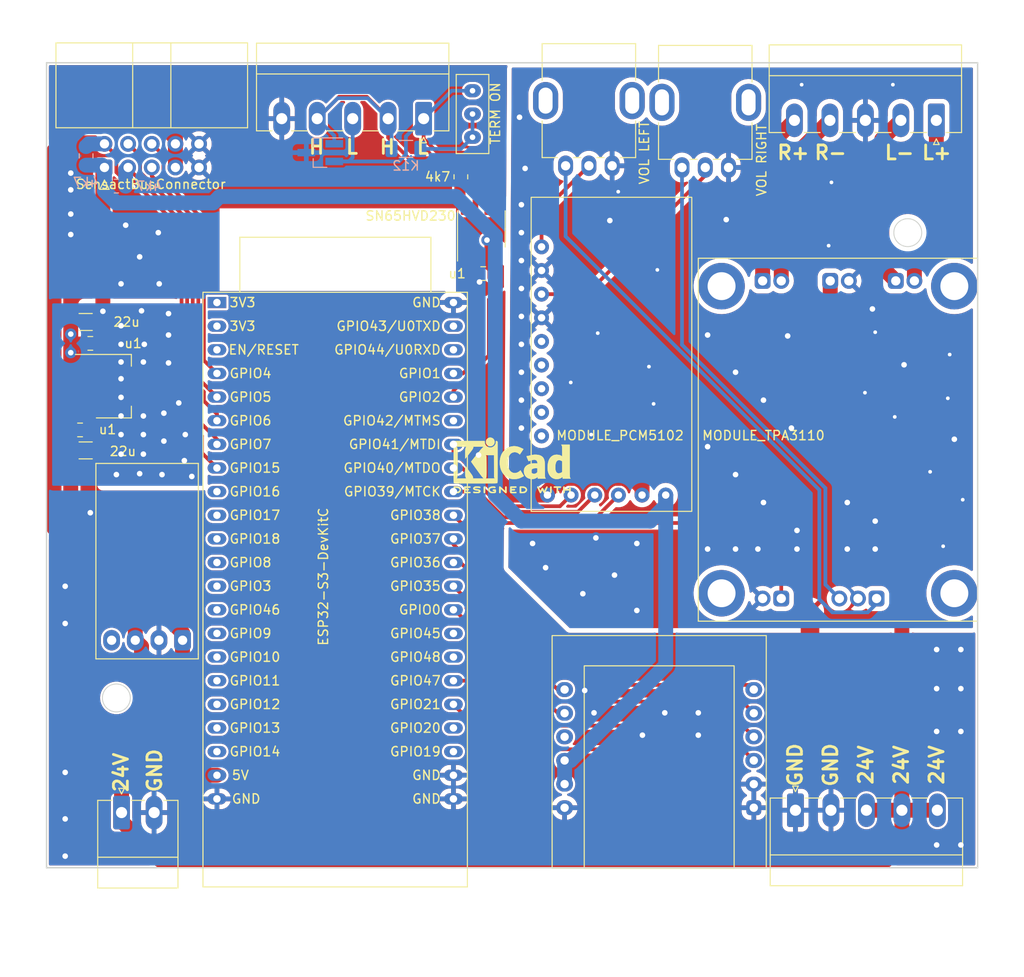
<source format=kicad_pcb>
(kicad_pcb (version 20211014) (generator pcbnew)
  (layers (0 "F.Cu" signal) (31 "B.Cu" signal) (34 "B.Paste" user) (35 "F.Paste" user) (36 "B.SilkS" user "B.Silkscreen") (37 "F.SilkS" user "F.Silkscreen") (38 "B.Mask" user) (39 "F.Mask" user) (44 "Edge.Cuts" user))
  (net 0 "")
  (net 5 "INT0")
  (net 6 "INT1")
  (net 7 "INT2")
  (net 25 "+3V3")
  (net 26 "GND")
  (net 27 "CANH")
  (net 28 "CANL")
  (net 29 "Net-(R1-Pad1)")
  (net 30 "Net-(R2-Pad1)")
  (net 31 "CAN_TX")
  (net 32 "CAN_RX")
  (net 40 "SCL")
  (net 41 "SDA")
  (net 42 "+5V")
  (net 43 "+24V")
  (net 44 "Net-(J4-Pad1)")
  (net 45 "Net-(J4-Pad2)")
  (net 46 "Net-(J4-Pad4)")
  (net 47 "Net-(J4-Pad5)")
  (net 48 "GNDA")
  (net 49 "Net-(RV1-Pad2)")
  (net 50 "Net-(RV1-Pad3)")
  (net 51 "Net-(RV2-Pad2)")
  (net 52 "Net-(RV2-Pad3)")
  (net 53 "MUTE")
  (net 54 "BCK")
  (net 55 "DIN")
  (net 56 "LRCLK")
  (net 57 "RST")
  (net 58 "MISO")
  (net 59 "INT")
  (net 60 "CS")
  (net 61 "SCLK")
  (net 62 "MOSI")
  (net 64 "/RGB_LED")
  (footprint "liebler_MECH:Potentiometer_Alps_RK09K_Single_Vertical" (layer "F.Cu") (at 108.25 60.8125 90)
    (fp_text reference "RV2" hide)
    (fp_text value "VOL LEFT")
  )
  (footprint "Symbol:KiCad-Logo2_5mm_SilkScreen" (layer "F.Cu") (at 100 100)
    (fp_text reference "N1" hide)
    (fp_text value "Housing" hide)
  )
  (footprint "Capacitor_SMD:C_0805_2012Metric_Pad1.18x1.45mm_HandSolder" (layer "F.Cu") (at 96.9 79.4 180)
    (fp_text reference "C1" hide)
    (fp_text value "u1")
  )
  (footprint "liebler_SEMICONDUCTORS:SOT-223-3_TabPin2_HANDSOLDER" (layer "F.Cu") (at 57.2 91.5)
    (fp_text reference "U6" hide)
    (fp_text value "AMS1117")
  )
  (footprint "Connector_Phoenix_MC:PhoenixContact_MC_1,5_5-G-3.81_1x05_P3.81mm_Horizontal" (layer "F.Cu") (at 90.5 62.75 180)
    (fp_text reference "J2" hide)
    (fp_text value "CAN")
  )
  (footprint "Connector_Phoenix_MC:PhoenixContact_MC_1,5_2-G-3.5_1x02_P3.50mm_Horizontal" (layer "F.Cu") (at 58.055 137.3175)
    (fp_text reference "J5" hide)
    (fp_text value "24V")
  )
  (footprint "NetTie:NetTie-2_SMD_Pad2.0mm" (layer "F.Cu") (at 132 117.7 90)
    (fp_text reference "NT1" hide)
    (fp_text value "NetTie_2")
  )
  (footprint "liebler_MODULES:MODULE_STEPDOWN" (layer "F.Cu") (at 60.8 118.8 -90)
    (fp_text reference "U5" hide)
    (fp_text value "DCDC_MP2315")
  )
  (footprint "liebler_MODULES:TPA3110_module" (layer "F.Cu") (at 122.5 97.25 90)
    (fp_text reference "U3" hide)
    (fp_text value "MODULE_TPA3110")
  )
  (footprint "Symbol:KiCad-Logo2_5mm_SilkScreen" (layer "F.Cu") (at 100 100)
    (fp_text reference "N2" hide)
    (fp_text value "Housing" hide)
  )
  (footprint "Connector_Phoenix_MC:PhoenixContact_MC_1,5_5-G-3.81_1x05_P3.81mm_Horizontal" (layer "F.Cu") (at 130.435 137.0675)
    (fp_text reference "J3" hide)
    (fp_text value "CAN")
  )
  (footprint "Connector_Phoenix_MC:PhoenixContact_MC_1,5_5-G-3.81_1x05_P3.81mm_Horizontal" (layer "F.Cu") (at 145.565 62.9325 180)
    (fp_text reference "J4" hide)
    (fp_text value "Speaker")
  )
  (footprint "Package_SO:SOIC-8_3.9x4.9mm_P1.27mm" (layer "F.Cu") (at 96.7 74.6 90)
    (fp_text reference "U2" hide)
    (fp_text value "SN65HVD230")
  )
  (footprint "Capacitor_SMD:C_1206_3216Metric_Pad1.33x1.80mm_HandSolder" (layer "F.Cu") (at 54.2 84.6 180)
    (fp_text reference "C5" hide)
    (fp_text value "22u")
  )
  (footprint "liebler_MODULES:MODULE_PCM5102A" (layer "F.Cu") (at 103.8 103.2 90)
    (fp_text reference "U4" hide)
    (fp_text value "MODULE_PCM5102")
  )
  (footprint "liebler_MECH:Switch_SS12D00" (layer "F.Cu") (at 95.75 62.25 -90)
    (fp_text reference "SW1" hide)
    (fp_text value "TERM ON")
  )
  (footprint "liebler_MODULES:AIthinker_ESP32_S3" (layer "F.Cu") (at 68.3 82.50792)
    (fp_text reference "U1" hide)
    (fp_text value "ESP32-S3-DevKitC")
  )
  (footprint "liebler_MODULES:W5500-mini" (layer "F.Cu") (at 115.8 130.45 180)
    (fp_text reference "M1" hide)
    (fp_text value "W5500_mini")
  )
  (footprint "liebler_MECH:Potentiometer_Alps_RK09K_Single_Vertical" (layer "F.Cu") (at 120.75 61 90)
    (fp_text reference "RV1" hide)
    (fp_text value "VOL RIGHT")
  )
  (footprint "Capacitor_SMD:C_0805_2012Metric_Pad1.18x1.45mm_HandSolder" (layer "F.Cu") (at 53.6 96.2)
    (fp_text reference "C3" hide)
    (fp_text value "u1")
  )
  (footprint "Capacitor_SMD:C_1206_3216Metric_Pad1.33x1.80mm_HandSolder" (layer "F.Cu") (at 54.2 98.4)
    (fp_text reference "C2" hide)
    (fp_text value "22u")
  )
  (footprint "Capacitor_SMD:C_0805_2012Metric_Pad1.18x1.45mm_HandSolder" (layer "F.Cu") (at 54.7 86.9 180)
    (fp_text reference "C4" hide)
    (fp_text value "u1")
  )
  (footprint "Resistor_SMD:R_0805_2012Metric_Pad1.20x1.40mm_HandSolder" (layer "F.Cu") (at 94.5 69 90)
    (fp_text reference "R1" hide)
    (fp_text value "4k7")
  )
  (footprint "Connector_IDC:IDC-Header_2x05_P2.54mm_Horizontal" (layer "F.Cu") (at 56.22 67.9975 90)
    (fp_text reference "J1" hide)
    (fp_text value "SensactBusConnector")
  )
  (footprint "Package_TO_SOT_SMD:SOT-23_Handsoldering" (layer "B.Cu") (at 79.4 66.4 180)
    (fp_text reference "D1" hide)
    (fp_text value "NUP2105")
  )
  (footprint "Resistor_SMD:R_1206_3216Metric_Pad1.30x1.75mm_HandSolder" (layer "B.Cu") (at 88.6 66 180)
    (fp_text reference "R2" hide)
    (fp_text value "K12")
  )
  (footprint "Resistor_SMD:R_0805_2012Metric_Pad1.20x1.40mm_HandSolder" (layer "B.Cu") (at 57.5 70)
    (fp_text reference "R4" hide)
    (fp_text value "4k7")
  )
  (footprint "Resistor_SMD:R_0805_2012Metric_Pad1.20x1.40mm_HandSolder" (layer "B.Cu") (at 54.25 66.75 90)
    (fp_text reference "R3" hide)
    (fp_text value "4k7")
  )
  (gr_line (start 50 143.25) (end 50 56.75) (layer "Edge.Cuts") (width 0.15))
  (gr_line (start 150 143.25) (end 50 143.25) (layer "Edge.Cuts") (width 0.15))
  (gr_circle (center 57.5 125) (end 57.5 123.5) (layer "Edge.Cuts") (width 0.1) (fill none))
  (gr_circle (center 142.5 75) (end 142.5 73.5) (layer "Edge.Cuts") (width 0.1) (fill none))
  (gr_line (start 150 56.75) (end 150 143.25) (layer "Edge.Cuts") (width 0.15))
  (gr_line (start 50 56.75) (end 150 56.75) (layer "Edge.Cuts") (width 0.15))
  (gr_text "L" (at 82.8 65.8) (layer "F.SilkS") (effects (font (size 1.5 1.5) (thickness 0.3))))
  (gr_text "H" (at 79 65.8) (layer "F.SilkS") (effects (font (size 1.5 1.5) (thickness 0.3))))
  (gr_text "24V" (at 58 133 90) (layer "F.SilkS") (effects (font (size 1.5 1.5) (thickness 0.3))))
  (gr_text "H" (at 86.6 65.8) (layer "F.SilkS") (effects (font (size 1.5 1.5) (thickness 0.3))))
  (gr_text "L+" (at 145.6 66.4) (layer "F.SilkS") (effects (font (size 1.5 1.5) (thickness 0.3))))
  (gr_text "R+" (at 130.2 66.4) (layer "F.SilkS") (effects (font (size 1.5 1.5) (thickness 0.3))))
  (gr_text "24V" (at 138 132.2 90) (layer "F.SilkS") (effects (font (size 1.5 1.5) (thickness 0.3))))
  (gr_text "R-" (at 134.2 66.4) (layer "F.SilkS") (effects (font (size 1.5 1.5) (thickness 0.3))))
  (gr_text "GND" (at 134.2 132.2 90) (layer "F.SilkS") (effects (font (size 1.5 1.5) (thickness 0.3))))
  (gr_text "L" (at 90.4 65.8) (layer "F.SilkS") (effects (font (size 1.5 1.5) (thickness 0.3))))
  (gr_text "GND" (at 130.4 132.2 90) (layer "F.SilkS") (effects (font (size 1.5 1.5) (thickness 0.3))))
  (gr_text "GND" (at 61.6 132.8 90) (layer "F.SilkS") (effects (font (size 1.5 1.5) (thickness 0.3))))
  (gr_text "L-" (at 141.6 66.4) (layer "F.SilkS") (effects (font (size 1.5 1.5) (thickness 0.3))))
  (gr_text "24V" (at 141.8 132.2 90) (layer "F.SilkS") (effects (font (size 1.5 1.5) (thickness 0.3))))
  (gr_text "24V" (at 145.6 132.2 90) (layer "F.SilkS") (effects (font (size 1.5 1.5) (thickness 0.3))))
  (segment (start 68.3 95.20792) (end 68.3 94.482134) (width 0.4) (layer "F.Cu") (net 5))
  (segment (start 65.7 74.165267) (end 60.05 68.515267) (width 0.4) (layer "F.Cu") (net 5))
  (segment (start 65.7 90.916448) (end 65.7 74.165267) (width 0.4) (layer "F.Cu") (net 5))
  (segment (start 66.9 92.116448) (end 65.7 90.916448) (width 0.4) (layer "F.Cu") (net 5))
  (segment (start 60.05 66.7475) (end 58.76 65.4575) (width 0.4) (layer "F.Cu") (net 5))
  (segment (start 60.05 68.515267) (end 60.05 66.7475) (width 0.4) (layer "F.Cu") (net 5))
  (segment (start 68.3 94.482134) (end 66.9 93.082134) (width 0.4) (layer "F.Cu") (net 5))
  (segment (start 66.9 93.082134) (end 66.9 92.116448) (width 0.4) (layer "F.Cu") (net 5))
  (segment (start 66.3 73.916739) (end 61.3 68.916739) (width 0.4) (layer "F.Cu") (net 6))
  (segment (start 66.3 90.66792) (end 66.3 73.916739) (width 0.4) (layer "F.Cu") (net 6))
  (segment (start 68.3 92.66792) (end 66.3 90.66792) (width 0.4) (layer "F.Cu") (net 6))
  (segment (start 61.3 68.916739) (end 61.3 67.9975) (width 0.4) (layer "F.Cu") (net 6))
  (segment (start 62.55 69.318211) (end 62.55 66.7075) (width 0.4) (layer "F.Cu") (net 7))
  (segment (start 62.55 66.7075) (end 61.3 65.4575) (width 0.4) (layer "F.Cu") (net 7))
  (segment (start 68.3 90.12792) (end 66.9 88.72792) (width 0.4) (layer "F.Cu") (net 7))
  (segment (start 66.9 88.72792) (end 66.9 73.668211) (width 0.4) (layer "F.Cu") (net 7))
  (segment (start 66.9 73.668211) (end 62.55 69.318211) (width 0.4) (layer "F.Cu") (net 7))
  (segment (start 53.55 91.5) (end 55.5 91.5) (width 1.6) (layer "F.Cu") (net 25))
  (segment (start 55.5 91.5) (end 56.05 90.95) (width 1.6) (layer "F.Cu") (net 25))
  (segment (start 97.335 75.835) (end 97.3 75.8) (width 0.4) (layer "F.Cu") (net 25))
  (segment (start 56.05 90.95) (end 56.05 83.45) (width 1.6) (layer "F.Cu") (net 25))
  (segment (start 97.335 77.075) (end 97.335 78.7975) (width 0.4) (layer "F.Cu") (net 25))
  (segment (start 97.335 78.7975) (end 97.9375 79.4) (width 0.4) (layer "F.Cu") (net 25))
  (segment (start 56.05 68.1675) (end 56.22 67.9975) (width 1.6) (layer "F.Cu") (net 25))
  (segment (start 97.335 77.075) (end 97.335 75.835) (width 0.4) (layer "F.Cu") (net 25))
  (segment (start 56.05 83.45) (end 56.05 68.1675) (width 1.6) (layer "F.Cu") (net 25))
  (via (at 65.6 101.2) (size 1.2) (drill 0.6) (layers "F.Cu" "B.Cu") (net 25))
  (via (at 58 88.9) (size 1.2) (drill 0.6) (layers "F.Cu" "B.Cu") (net 25))
  (via (at 64.9 96.7) (size 1.2) (drill 0.6) (layers "F.Cu" "B.Cu") (net 25))
  (via (at 60.4 98.8) (size 1.2) (drill 0.6) (layers "F.Cu" "B.Cu") (net 25))
  (via (at 60.4 94.7) (size 1.2) (drill 0.6) (layers "F.Cu" "B.Cu") (net 25))
  (via (at 58 90.7) (size 1.2) (drill 0.6) (layers "F.Cu" "B.Cu") (net 25))
  (via (at 60.2 83.4) (size 1.2) (drill 0.6) (layers "F.Cu" "B.Cu") (net 25))
  (via (at 62.4 101) (size 1.2) (drill 0.6) (layers "F.Cu" "B.Cu") (net 25))
  (via (at 62.6 94.4) (size 1.2) (drill 0.6) (layers "F.Cu" "B.Cu") (net 25))
  (via (at 97.3 75.8) (size 1.2) (drill 0.6) (layers "F.Cu" "B.Cu") (net 25))
  (via (at 60.5 87) (size 1.2) (drill 0.6) (layers "F.Cu" "B.Cu") (net 25))
  (via (at 63.1 86) (size 1.2) (drill 0.6) (layers "F.Cu" "B.Cu") (net 25))
  (via (at 60.4 88.9) (size 1.2) (drill 0.6) (layers "F.Cu" "B.Cu") (net 25))
  (via (at 58 94.7) (size 1.2) (drill 0.6) (layers "F.Cu" "B.Cu") (net 25))
  (via (at 60.4 96.7) (size 1.2) (drill 0.6) (layers "F.Cu" "B.Cu") (net 25))
  (via (at 63.1 83.7) (size 1.2) (drill 0.6) (layers "F.Cu" "B.Cu") (net 25))
  (via (at 60 100.9) (size 1.2) (drill 0.6) (layers "F.Cu" "B.Cu") (net 25))
  (via (at 58 87) (size 1.2) (drill 0.6) (layers "F.Cu" "B.Cu") (net 25))
  (via (at 64.2 93.3) (size 1.2) (drill 0.6) (layers "F.Cu" "B.Cu") (net 25))
  (via (at 62.6 97.4) (size 1.2) (drill 0.6) (layers "F.Cu" "B.Cu") (net 25))
  (via (at 57.5 101) (size 1.2) (drill 0.6) (layers "F.Cu" "B.Cu") (net 25))
  (via (at 63.1 89) (size 1.2) (drill 0.6) (layers "F.Cu" "B.Cu") (net 25))
  (via (at 58 96.7) (size 1.2) (drill 0.6) (layers "F.Cu" "B.Cu") (net 25))
  (via (at 56.05 83.45) (size 1.2) (drill 0.6) (layers "F.Cu" "B.Cu") (net 25))
  (via (at 58 85) (size 1.2) (drill 0.6) (layers "F.Cu" "B.Cu") (net 25))
  (via (at 58 98.8) (size 1.2) (drill 0.6) (layers "F.Cu" "B.Cu") (net 25))
  (via (at 58 92.7) (size 1.2) (drill 0.6) (layers "F.Cu" "B.Cu") (net 25))
  (via (at 64.8 99.5) (size 1.2) (drill 0.6) (layers "F.Cu" "B.Cu") (net 25))
  (segment (start 57.5 71.8) (end 56.22 70.52) (width 1.6) (layer "B.Cu") (net 25))
  (segment (start 105.64 131.72) (end 105.64 134.26) (width 1.6) (layer "B.Cu") (net 25))
  (segment (start 56.22 70.52) (end 56.22 67.9975) (width 1.6) (layer "B.Cu") (net 25))
  (segment (start 116.5 121.5) (end 116.5 103.2) (width 1.6) (layer "B.Cu") (net 25))
  (segment (start 93.98 71.12) (end 68.58 71.12) (width 1.6) (layer "B.Cu") (net 25))
  (segment (start 55.9725 67.75) (end 56.22 67.9975) (width 1.6) (layer "B.Cu") (net 25))
  (segment (start 114.83137 106) (end 101 106) (width 1.6) (layer "B.Cu") (net 25))
  (segment (start 54.25 67.75) (end 55.9725 67.75) (width 1.6) (layer "B.Cu") (net 25))
  (segment (start 106.28 131.72) (end 116.5 121.5) (width 1.6) (layer "B.Cu") (net 25))
  (segment (start 98.2 103.2) (end 98.2 75.34) (width 1.6) (layer "B.Cu") (net 25))
  (segment (start 116.5 103.2) (end 116.5 104.33137) (width 1.6) (layer "B.Cu") (net 25))
  (segment (start 67.9 71.8) (end 57.5 71.8) (width 1.6) (layer "B.Cu") (net 25))
  (segment (start 98.2 75.34) (end 93.98 71.12) (width 1.6) (layer "B.Cu") (net 25))
  (segment (start 68.58 71.12) (end 67.9 71.8) (width 1.6) (layer "B.Cu") (net 25))
  (segment (start 101 106) (end 98.2 103.2) (width 1.6) (layer "B.Cu") (net 25))
  (segment (start 116.5 104.33137) (end 114.83137 106) (width 1.6) (layer "B.Cu") (net 25))
  (segment (start 105.64 131.72) (end 106.28 131.72) (width 1.6) (layer "B.Cu") (net 25))
  (segment (start 52.6 88.9) (end 52.6 75.2) (width 1.6) (layer "F.Cu") (net 26))
  (segment (start 113.96 103.2) (end 113.96 102.06863) (width 1.6) (layer "F.Cu") (net 26))
  (segment (start 52.9 89.2) (end 52.6 88.9) (width 1.6) (layer "F.Cu") (net 26))
  (segment (start 100.097056 103.2) (end 103.8 103.2) (width 1.6) (layer "F.Cu") (net 26))
  (segment (start 96.4 99.502944) (end 100.097056 103.2) (width 1.6) (layer "F.Cu") (net 26))
  (segment (start 53.55 89.2) (end 52.9 89.2) (width 1.6) (layer "F.Cu") (net 26))
  (segment (start 54.6375 96.2) (end 54.6375 105.0375) (width 1.6) (layer "F.Cu") (net 26))
  (segment (start 113.29137 101.4) (end 105.2 101.4) (width 1.6) (layer "F.Cu") (net 26))
  (segment (start 103.8 102.8) (end 103.8 103.2) (width 1.6) (layer "F.Cu") (net 26))
  (segment (start 54.6375 105.0375) (end 54.7 105.1) (width 1.6) (layer "F.Cu") (net 26))
  (segment (start 113.96 102.06863) (end 113.29137 101.4) (width 1.6) (layer "F.Cu") (net 26))
  (segment (start 96.4 98.9) (end 96.4 99.502944) (width 1.6) (layer "F.Cu") (net 26))
  (segment (start 105.2 101.4) (end 103.8 102.8) (width 1.6) (layer "F.Cu") (net 26))
  (via (at 145.6 140.8) (size 1.2) (drill 0.6) (layers "F.Cu" "B.Cu") (net 26))
  (via (at 107.8 124.2) (size 1.2) (drill 0.6) (layers "F.Cu" "B.Cu") (net 26))
  (via (at 145.6 128.6) (size 1.2) (drill 0.6) (layers "F.Cu" "B.Cu") (net 26))
  (via (at 60 77.6) (size 1.2) (drill 0.6) (layers "F.Cu" "B.Cu") (net 26))
  (via (at 145.6 124) (size 1.2) (drill 0.6) (layers "F.Cu" "B.Cu") (net 26))
  (via (at 54.7 105.1) (size 1.2) (drill 0.6) (layers "F.Cu" "B.Cu") (net 26))
  (via (at 148.2 119.8) (size 1.2) (drill 0.6) (layers "F.Cu" "B.Cu") (net 26))
  (via (at 52.6 73) (size 1.2) (drill 0.6) (layers "F.Cu" "B.Cu") (net 26))
  (via (at 145.6 119.8) (size 1.2) (drill 0.6) (layers "F.Cu" "B.Cu") (net 26))
  (via (at 52.6 70.4) (size 1.2) (drill 0.6) (layers "F.Cu" "B.Cu") (net 26))
  (via (at 62 75) (size 1.2) (drill 0.6) (layers "F.Cu" "B.Cu") (net 26))
  (via (at 148.2 140.8) (size 1.2) (drill 0.6) (layers "F.Cu" "B.Cu") (net 26))
  (via (at 148.2 128.6) (size 1.2) (drill 0.6) (layers "F.Cu" "B.Cu") (net 26))
  (via (at 62.1 80.5) (size 1.2) (drill 0.6) (layers "F.Cu" "B.Cu") (net 26))
  (via (at 96.4 98.9) (size 1.2) (drill 0.6) (layers "F.Cu" "B.Cu") (net 26))
  (via (at 52 142) (size 1.2) (drill 0.6) (layers "F.Cu" "B.Cu") (net 26))
  (via (at 52 133) (size 1.2) (drill 0.6) (layers "F.Cu" "B.Cu") (net 26))
  (via (at 116.4 126.6) (size 1.2) (drill 0.6) (layers "F.Cu" "B.Cu") (net 26))
  (via (at 120 129) (size 1.2) (drill 0.6) (layers "F.Cu" "B.Cu") (net 26))
  (via (at 52 117) (size 1.2) (drill 0.6) (layers "F.Cu" "B.Cu") (net 26))
  (via (at 96.5 80.3) (size 1.2) (drill 0.6) (layers "F.Cu" "B.Cu") (net 26))
  (via (at 52.6 85.9) (size 1.2) (drill 0.6) (layers "F.Cu" "B.Cu") (net 26))
  (via (at 58 80.5) (size 1.2) (drill 0.6) (layers "F.Cu" "B.Cu") (net 26))
  (via (at 108.8 126.6) (size 1.2) (drill 0.6) (layers "F.Cu" "B.Cu") (net 26))
  (via (at 148.2 124) (size 1.2) (drill 0.6) (layers "F.Cu" "B.Cu") (net 26))
  (via (at 52.6 68.6) (size 1.2) (drill 0.6) (layers "F.Cu" "B.Cu") (net 26))
  (via (at 52 113) (size 1.2) (drill 0.6) (layers "F.Cu" "B.Cu") (net 26))
  (via (at 52.6 75.2) (size 1.2) (drill 0.6) (layers "F.Cu" "B.Cu") (net 26))
  (via (at 52 138) (size 1.2) (drill 0.6) (layers "F.Cu" "B.Cu") (net 26))
  (via (at 58.5 74.2) (size 1.2) (drill 0.6) (layers "F.Cu" "B.Cu") (net 26))
  (via (at 114 129) (size 1.2) (drill 0.6) (layers "F.Cu" "B.Cu") (net 26))
  (via (at 52.6 87.9) (size 1.2) (drill 0.6) (layers "F.Cu" "B.Cu") (net 26))
  (via (at 120 126.6) (size 1.2) (drill 0.6) (layers "F.Cu" "B.Cu") (net 26))
  (segment (start 96.065 72.125) (end 96.065 67.765) (width 0.4) (layer "F.Cu") (net 27))
  (segment (start 95.3 67) (end 88.9 67) (width 0.4) (layer "F.Cu") (net 27))
  (segment (start 96.065 67.765) (end 95.3 67) (width 0.4) (layer "F.Cu") (net 27))
  (segment (start 81.42 60.4) (end 84.4 60.4) (width 0.4) (layer "F.Cu") (net 27))
  (segment (start 86.69 64.79) (end 86.69 62.75) (width 0.4) (layer "F.Cu") (net 27))
  (segment (start 84.4 60.4) (end 86.69 62.69) (width 0.4) (layer "F.Cu") (net 27))
  (segment (start 79.07 62.75) (end 81.42 60.4) (width 0.4) (layer "F.Cu") (net 27))
  (segment (start 86.69 62.69) (end 86.69 62.75) (width 0.4) (layer "F.Cu") (net 27))
  (segment (start 88.9 67) (end 86.69 64.79) (width 0.4) (layer "F.Cu") (net 27))
  (segment (start 79.07 62.75) (end 81.27 60.55) (width 0.4) (layer "B.Cu") (net 27))
  (segment (start 80.9 65.45) (end 80.9 64.58) (width 0.4) (layer "B.Cu") (net 27))
  (segment (start 81.27 60.55) (end 84.49 60.55) (width 0.4) (layer "B.Cu") (net 27))
  (segment (start 87.05 66) (end 87.05 63.11) (width 0.4) (layer "B.Cu") (net 27))
  (segment (start 87.05 63.11) (end 86.69 62.75) (width 0.4) (layer "B.Cu") (net 27))
  (segment (start 80.9 64.58) (end 79.07 62.75) (width 0.4) (layer "B.Cu") (net 27))
  (segment (start 84.49 60.55) (end 86.69 62.75) (width 0.4) (layer "B.Cu") (net 27))
  (segment (start 92 66.4) (end 90.5 64.9) (width 0.4) (layer "F.Cu") (net 28))
  (segment (start 95.548528 66.4) (end 92 66.4) (width 0.4) (layer "F.Cu") (net 28))
  (segment (start 96.8 70.8) (end 96.8 67.651472) (width 0.4) (layer "F.Cu") (net 28))
  (segment (start 90.5 64.9) (end 90.5 62.75) (width 0.4) (layer "F.Cu") (net 28))
  (segment (start 97.335 71.335) (end 96.8 70.8) (width 0.4) (layer "F.Cu") (net 28))
  (segment (start 96.8 67.651472) (end 95.548528 66.4) (width 0.4) (layer "F.Cu") (net 28))
  (segment (start 97.335 72.125) (end 97.335 71.335) (width 0.4) (layer "F.Cu") (net 28))
  (segment (start 90.5 62.75) (end 88.6 64.65) (width 0.4) (layer "B.Cu") (net 28))
  (segment (start 95.75 59.75) (end 93.5 59.75) (width 0.4) (layer "B.Cu") (net 28))
  (segment (start 82.88 66.92) (end 82.88 62.75) (width 0.4) (layer "B.Cu") (net 28))
  (segment (start 87.85 67.35) (end 80.9 67.35) (width 0.4) (layer "B.Cu") (net 28))
  (segment (start 88.6 66.6) (end 87.85 67.35) (width 0.4) (layer "B.Cu") (net 28))
  (segment (start 93.5 59.75) (end 90.5 62.75) (width 0.4) (layer "B.Cu") (net 28))
  (segment (start 80.9 67.35) (end 82.45 67.35) (width 0.4) (layer "B.Cu") (net 28))
  (segment (start 82.45 67.35) (end 82.88 66.92) (width 0.4) (layer "B.Cu") (net 28))
  (segment (start 88.6 64.65) (end 88.6 66.6) (width 0.4) (layer "B.Cu") (net 28))
  (segment (start 94.795 72.125) (end 94.795 70.295) (width 0.4) (layer "F.Cu") (net 29))
  (segment (start 94.795 70.295) (end 94.5 70) (width 0.4) (layer "F.Cu") (net 29))
  (segment (start 94.5 66) (end 95.75 64.75) (width 0.4) (layer "B.Cu") (net 30))
  (segment (start 95.75 64.75) (end 95.75 62.25) (width 0.4) (layer "B.Cu") (net 30))
  (segment (start 90.15 66) (end 94.5 66) (width 0.4) (layer "B.Cu") (net 30))
  (segment (start 96.9 82.169239) (end 94.795 80.064239) (width 0.4) (layer "F.Cu") (net 31))
  (segment (start 93.7 90.12792) (end 94.723552 90.12792) (width 0.4) (layer "F.Cu") (net 31))
  (segment (start 94.723552 90.12792) (end 96.9 87.951472) (width 0.4) (layer "F.Cu") (net 31))
  (segment (start 96.9 87.951472) (end 96.9 82.169239) (width 0.4) (layer "F.Cu") (net 31))
  (segment (start 94.795 80.064239) (end 94.795 77.075) (width 0.4) (layer "F.Cu") (net 31))
  (segment (start 97.5 88.2) (end 97.5 82.2) (width 0.4) (layer "F.Cu") (net 32))
  (segment (start 98.925 78.655761) (end 98.605 78.335761) (width 0.4) (layer "F.Cu") (net 32))
  (segment (start 98.925 80.775) (end 98.925 78.655761) (width 0.4) (layer "F.Cu") (net 32))
  (segment (start 93.7 92.66792) (end 93.7 92) (width 0.4) (layer "F.Cu") (net 32))
  (segment (start 97.5 82.2) (end 98.925 80.775) (width 0.4) (layer "F.Cu") (net 32))
  (segment (start 98.605 78.335761) (end 98.605 77.075) (width 0.4) (layer "F.Cu") (net 32))
  (segment (start 93.7 92) (end 97.5 88.2) (width 0.4) (layer "F.Cu") (net 32))
  (segment (start 64.5 74.662323) (end 59.085177 69.2475) (width 0.4) (layer "F.Cu") (net 40))
  (segment (start 57.5 68.505267) (end 57.5 66.7375) (width 0.4) (layer "F.Cu") (net 40))
  (segment (start 64.5 91.413504) (end 64.5 74.662323) (width 0.4) (layer "F.Cu") (net 40))
  (segment (start 66.7 96.848528) (end 65.7 95.848528) (width 0.4) (layer "F.Cu") (net 40))
  (segment (start 66.7 98.68792) (end 66.7 96.848528) (width 0.4) (layer "F.Cu") (net 40))
  (segment (start 65.7 95.848528) (end 65.7 92.613504) (width 0.4) (layer "F.Cu") (net 40))
  (segment (start 59.085177 69.2475) (end 58.242233 69.2475) (width 0.4) (layer "F.Cu") (net 40))
  (segment (start 65.7 92.613504) (end 64.5 91.413504) (width 0.4) (layer "F.Cu") (net 40))
  (segment (start 57.5 66.7375) (end 56.22 65.4575) (width 0.4) (layer "F.Cu") (net 40))
  (segment (start 58.242233 69.2475) (end 57.5 68.505267) (width 0.4) (layer "F.Cu") (net 40))
  (segment (start 68.3 100.28792) (end 66.7 98.68792) (width 0.4) (layer "F.Cu") (net 40))
  (segment (start 54.5425 65.4575) (end 54.25 65.75) (width 1.6) (layer "B.Cu") (net 40))
  (segment (start 56.22 65.4575) (end 54.5425 65.4575) (width 1.6) (layer "B.Cu") (net 40))
  (segment (start 68.3 97.2) (end 66.3 95.2) (width 0.4) (layer "F.Cu") (net 41))
  (segment (start 66.3 95.2) (end 66.3 92.364976) (width 0.4) (layer "F.Cu") (net 41))
  (segment (start 68.3 97.74792) (end 68.3 97.2) (width 0.4) (layer "F.Cu") (net 41))
  (segment (start 66.3 92.364976) (end 65.1 91.164976) (width 0.4) (layer "F.Cu") (net 41))
  (segment (start 65.1 74.413795) (end 58.76 68.073795) (width 0.4) (layer "F.Cu") (net 41))
  (segment (start 65.1 91.164976) (end 65.1 74.413795) (width 0.4) (layer "F.Cu") (net 41))
  (segment (start 58.76 68.073795) (end 58.76 67.9975) (width 0.4) (layer "F.Cu") (net 41))
  (segment (start 58.5 68.2575) (end 58.76 67.9975) (width 1.6) (layer "B.Cu") (net 41))
  (segment (start 58.5 70) (end 58.5 68.2575) (width 1.6) (layer "B.Cu") (net 41))
  (segment (start 64.61 118.8) (end 64.6 118.81) (width 1.6) (layer "F.Cu") (net 42))
  (segment (start 64.61 118.8) (end 64.61 118.01) (width 1.6) (layer "F.Cu") (net 42))
  (segment (start 52.6 106) (end 52.6 94.75) (width 1.6) (layer "F.Cu") (net 42))
  (segment (start 67.30792 133.30792) (end 68.3 133.30792) (width 1.6) (layer "F.Cu") (net 42))
  (segment (start 64.61 118.01) (end 52.6 106) (width 1.6) (layer "F.Cu") (net 42))
  (segment (start 52.6 94.75) (end 53.55 93.8) (width 1.6) (layer "F.Cu") (net 42))
  (segment (start 64.6 130.6) (end 67.30792 133.30792) (width 1.6) (layer "F.Cu") (net 42))
  (segment (start 64.6 118.81) (end 64.6 130.6) (width 1.6) (layer "F.Cu") (net 42))
  (segment (start 58.055 138.255) (end 62.25 142.45) (width 1.6) (layer "F.Cu") (net 43))
  (segment (start 140.6 103) (end 134.17 96.57) (width 1.6) (layer "F.Cu") (net 43))
  (segment (start 53.5 63.5) (end 62.5 63.5) (width 1.6) (layer "F.Cu") (net 43))
  (segment (start 62.25 142.45) (end 135.75 142.45) (width 1.6) (layer "F.Cu") (net 43))
  (segment (start 58.055 137.3175) (end 58.055 131.145) (width 1.6) (layer "F.Cu") (net 43))
  (segment (start 135.75 142.45) (end 140.15 142.45) (width 1.6) (layer "F.Cu") (net 43))
  (segment (start 141.865 140.735) (end 141.865 137.0675) (width 1.6) (layer "F.Cu") (net 43))
  (segment (start 60.2 119.47) (end 59.53 118.8) (width 1.6) (layer "F.Cu") (net 43))
  (segment (start 141.865 104.265) (end 140.6 103) (width 1.6) (layer "F.Cu") (net 43))
  (segment (start 138.055 137.0675) (end 145.675 137.0675) (width 1.6) (layer "F.Cu") (net 43))
  (segment (start 59.53 118.8) (end 59.53 115.475584) (width 1.6) (layer "F.Cu") (net 43))
  (segment (start 141.865 116.265) (end 141.865 104.265) (width 1.6) (layer "F.Cu") (net 43))
  (segment (start 58.055 137.3175) (end 58.055 138.255) (width 1.6) (layer "F.Cu") (net 43))
  (segment (start 50.8 106.745584) (end 50.8 66.2) (width 1.6) (layer "F.Cu") (net 43))
  (segment (start 50.8 66.2) (end 53.5 63.5) (width 1.6) (layer "F.Cu") (net 43))
  (segment (start 62.5 63.5) (end 63.84 64.84) (width 1.6) (layer "F.Cu") (net 43))
  (segment (start 134.17 96.57) (end 134.17 80.185) (width 1.6) (layer "F.Cu") (net 43))
  (segment (start 141.865 116.265) (end 141.865 137.0675) (width 1.6) (layer "F.Cu") (net 43))
  (segment (start 140.15 142.45) (end 141.865 140.735) (width 1.6) (layer "F.Cu") (net 43))
  (segment (start 59.53 115.475584) (end 50.8 106.745584) (width 1.6) (layer "F.Cu") (net 43))
  (segment (start 60.2 129) (end 60.2 119.47) (width 1.6) (layer "F.Cu") (net 43))
  (segment (start 63.84 65.4575) (end 63.84 67.9975) (width 1.6) (layer "F.Cu") (net 43))
  (segment (start 58.055 131.145) (end 60.2 129) (width 1.6) (layer "F.Cu") (net 43))
  (segment (start 63.84 64.84) (end 63.84 65.4575) (width 1.6) (layer "F.Cu") (net 43))
  (segment (start 143.21 80.185) (end 143.21 78.79) (width 1.6) (layer "F.Cu") (net 44))
  (segment (start 145.565 76.435) (end 145.565 62.9325) (width 1.6) (layer "F.Cu") (net 44))
  (segment (start 143.21 78.79) (end 145.565 76.435) (width 1.6) (layer "F.Cu") (net 44))
  (segment (start 139.71 78.685) (end 141.21 80.185) (width 1.6) (layer "F.Cu") (net 45))
  (segment (start 139.71 64.9775) (end 139.71 78.685) (width 1.6) (layer "F.Cu") (net 45))
  (segment (start 141.755 62.9325) (end 139.71 64.9775) (width 1.6) (layer "F.Cu") (net 45))
  (segment (start 128.91 80.185) (end 128.91 68.1575) (width 1.6) (layer "F.Cu") (net 46))
  (segment (start 128.91 68.1575) (end 134.135 62.9325) (width 1.6) (layer "F.Cu") (net 46))
  (segment (start 126.91 66.3475) (end 130.325 62.9325) (width 1.6) (layer "F.Cu") (net 47))
  (segment (start 126.91 80.185) (end 126.91 66.3475) (width 1.6) (layer "F.Cu") (net 47))
  (via (at 127 93) (size 1.2) (drill 0.6) (layers "F.Cu" "B.Cu") (net 48))
  (via (at 114.7 89.4) (size 0.8) (drill 0.4) (layers "F.Cu" "B.Cu") (net 48))
  (via (at 146.3 108.7) (size 0.8) (drill 0.4) (layers "F.Cu" "B.Cu") (net 48))
  (via (at 134.3 69.6) (size 0.8) (drill 0.4) (layers "F.Cu" "B.Cu") (net 48))
  (via (at 147 88.1) (size 0.8) (drill 0.4) (layers "F.Cu" "B.Cu") (net 48))
  (via (at 139 106) (size 1.2) (drill 0.6) (layers "F.Cu" "B.Cu") (net 48))
  (via (at 129.6 86.1) (size 1.2) (drill 0.6) (layers "F.Cu" "B.Cu") (net 48))
  (via (at 103.6 111) (size 1.2) (drill 0.6) (layers "F.Cu" "B.Cu") (net 48))
  (via (at 144.9 100.7) (size 0.8) (drill 0.4) (layers "F.Cu" "B.Cu") (net 48))
  (via (at 101 96) (size 1.2) (drill 0.6) (layers "F.Cu" "B.Cu") (net 48))
  (via (at 127 104) (size 1.2) (drill 0.6) (layers "F.Cu" "B.Cu") (net 48))
  (via (at 101 90) (size 1.2) (drill 0.6) (layers "F.Cu" "B.Cu") (net 48))
  (via (at 111.4 70.6) (size 0.8) (drill 0.4) (layers "F.Cu" "B.Cu") (net 48))
  (via (at 130.6 107) (size 1.2) (drill 0.6) (layers "F.Cu" "B.Cu") (net 48))
  (via (at 136 109) (size 1.2) (drill 0.6) (layers "F.Cu" "B.Cu") (net 48))
  (via (at 108.5 96.7) (size 0.8) (drill 0.4) (layers "F.Cu" "B.Cu") (net 48))
  (via (at 139 85.7) (size 0.8) (drill 0.4) (layers "F.Cu" "B.Cu") (net 48))
  (via (at 142.1 89.2) (size 1.2) (drill 0.6) (layers "F.Cu" "B.Cu") (net 48))
  (via (at 107.6 113.8) (size 1.2) (drill 0.6) (layers "F.Cu" "B.Cu") (net 48))
  (via (at 110.5 73.7) (size 1.2) (drill 0.6) (layers "F.Cu" "B.Cu") (net 48))
  (via (at 124 109) (size 1.2) (drill 0.6) (layers "F.Cu" "B.Cu") (net 48))
  (via (at 121 109) (size 1.2) (drill 0.6) (layers "F.Cu" "B.Cu") (net 48))
  (via (at 101 75) (size 1.2) (drill 0.6) (layers "F.Cu" "B.Cu") (net 48))
  (via (at 138.7 83.2) (size 1.2) (drill 0.6) (layers "F.Cu" "B.Cu") (net 48))
  (via (at 137.9 92.2) (size 0.8) (drill 0.4) (layers "F.Cu" "B.Cu") (net 48))
  (via (at 115.6 79) (size 0.8) (drill 0.4) (layers "F.Cu" "B.Cu") (net 48))
  (via (at 101.4 68.1) (size 1.2) (drill 0.6) (layers "F.Cu" "B.Cu") (net 48))
  (via (at 136 104) (size 1.2) (drill 0.6) (layers "F.Cu" "B.Cu") (net 48))
  (via (at 101 81) (size 1.2) (drill 0.6) (layers "F.Cu" "B.Cu") (net 48))
  (via (at 124 101) (size 1.2) (drill 0.6) (layers "F.Cu" "B.Cu") (net 48))
  (via (at 109 107.8) (size 1.2) (drill 0.6) (layers "F.Cu" "B.Cu") (net 48))
  (via (at 121 86) (size 1.2) (drill 0.6) (layers "F.Cu" "B.Cu") (net 48))
  (via (at 101 93) (size 1.2) (drill 0.6) (layers "F.Cu" "B.Cu") (net 48))
  (via (at 139 109) (size 1.2) (drill 0.6) (layers "F.Cu" "B.Cu") (net 48))
  (via (at 131.1 59.1) (size 0.8) (drill 0.4) (layers "F.Cu" "B.Cu") (net 48))
  (via (at 147.5 97.2) (size 1.2) (drill 0.6) (layers "F.Cu" "B.Cu") (net 48))
  (via (at 130.6 109) (size 1.2) (drill 0.6) (layers "F.Cu" "B.Cu") (net 48))
  (via (at 101 87) (size 1.2) (drill 0.6) (layers "F.Cu" "B.Cu") (net 48))
  (via (at 101 72) (size 1.2) (drill 0.6) (layers "F.Cu" "B.Cu") (net 48))
  (via (at 101 84) (size 1.2) (drill 0.6) (layers "F.Cu" "B.Cu") (net 48))
  (via (at 130 96) (size 1.2) (drill 0.6) (layers "F.Cu" "B.Cu") (net 48))
  (via (at 115.2 93.4) (size 0.8) (drill 0.4) (layers "F.Cu" "B.Cu") (net 48))
  (via (at 123 73.6) (size 1.2) (drill 0.6) (layers "F.Cu" "B.Cu") (net 48))
  (via (at 126.4 109) (size 1.2) (drill 0.6) (layers "F.Cu" "B.Cu") (net 48))
  (via (at 113.4 115.6) (size 1.2) (drill 0.6) (layers "F.Cu" "B.Cu") (net 48))
  (via (at 148.4 103.7) (size 0.8) (drill 0.4) (layers "F.Cu" "B.Cu") (net 48))
  (via (at 146.8 92.8) (size 0.8) (drill 0.4) (layers "F.Cu" "B.Cu") (net 48))
  (via (at 134 76.4) (size 0.8) (drill 0.4) (layers "F.Cu" "B.Cu") (net 48))
  (via (at 102.2 108.4) (size 1.2) (drill 0.6) (layers "F.Cu" "B.Cu") (net 48))
  (via (at 101 78) (size 1.2) (drill 0.6) (layers "F.Cu" "B.Cu") (net 48))
  (via (at 106.3 91.1) (size 0.8) (drill 0.4) (layers "F.Cu" "B.Cu") (net 48))
  (via (at 141.1 94.8) (size 0.8) (drill 0.4) (layers "F.Cu" "B.Cu") (net 48))
  (via (at 111 111.8) (size 1.2) (drill 0.6) (layers "F.Cu" "B.Cu") (net 48))
  (via (at 113.4 108.4) (size 1.2) (drill 0.6) (layers "F.Cu" "B.Cu") (net 48))
  (via (at 121 98) (size 1.2) (drill 0.6) (layers "F.Cu" "B.Cu") (net 48))
  (via (at 124 90) (size 1.2) (drill 0.6) (layers "F.Cu" "B.Cu") (net 48))
  (via (at 100.8 62.6) (size 1.2) (drill 0.6) (layers "F.Cu" "B.Cu") (net 48))
  (via (at 140.9 59.1) (size 0.8) (drill 0.4) (layers "F.Cu" "B.Cu") (net 48))
  (via (at 109.2 85.8) (size 0.8) (drill 0.4) (layers "F.Cu" "B.Cu") (net 48))
  (segment (start 120.75 68.85) (end 120.75 68) (width 0.4) (layer "F.Cu") (net 49))
  (segment (start 103.165 81.61) (end 107.99 81.61) (width 0.4) (layer "F.Cu") (net 49))
  (segment (start 107.99 81.61) (end 120.75 68.85) (width 0.4) (layer "F.Cu") (net 49))
  (segment (start 118.25 68) (end 118.25 87.05) (width 0.4) (layer "B.Cu") (net 50))
  (segment (start 118.25 87.05) (end 133.65 102.45) (width 0.4) (layer "B.Cu") (net 50))
  (segment (start 133.65 102.45) (end 133.65 112.815) (width 0.4) (layer "B.Cu") (net 50))
  (segment (start 133.65 112.815) (end 135.15 114.315) (width 0.4) (layer "B.Cu") (net 50))
  (segment (start 103.165 72.8975) (end 108.25 67.8125) (width 0.4) (layer "F.Cu") (net 51))
  (segment (start 103.165 76.53) (end 103.165 72.8975) (width 0.4) (layer "F.Cu") (net 51))
  (segment (start 133 102.648528) (end 105.75 75.398528) (width 0.4) (layer "B.Cu") (net 52))
  (segment (start 139.15 114.315) (end 139.15 114.85) (width 0.4) (layer "B.Cu") (net 52))
  (segment (start 138.2 115.8) (end 134.4 115.8) (width 0.4) (layer "B.Cu") (net 52))
  (segment (start 134.4 115.8) (end 133 114.4) (width 0.4) (layer "B.Cu") (net 52))
  (segment (start 139.15 114.85) (end 138.2 115.8) (width 0.4) (layer "B.Cu") (net 52))
  (segment (start 133 114.4) (end 133 102.648528) (width 0.4) (layer "B.Cu") (net 52))
  (segment (start 105.75 75.398528) (end 105.75 67.8125) (width 0.4) (layer "B.Cu") (net 52))
  (segment (start 128.91 109.11) (end 128.91 114.315) (width 0.4) (layer "F.Cu") (net 53))
  (segment (start 126 106.2) (end 128.91 109.11) (width 0.4) (layer "F.Cu") (net 53))
  (segment (start 94.53208 106.2) (end 126 106.2) (width 0.4) (layer "F.Cu") (net 53))
  (segment (start 93.7 105.36792) (end 94.53208 106.2) (width 0.4) (layer "F.Cu") (net 53))
  (segment (start 93.7 97.74792) (end 93.7 98.5) (width 0.4) (layer "F.Cu") (net 54))
  (segment (start 99.6 104.4) (end 105.14 104.4) (width 0.4) (layer "F.Cu") (net 54))
  (segment (start 95.1 99.873706) (end 95.1 99.9) (width 0.4) (layer "F.Cu") (net 54))
  (segment (start 94.48792 99.28792) (end 94.514214 99.28792) (width 0.4) (layer "F.Cu") (net 54))
  (segment (start 95.1 99.9) (end 99.6 104.4) (width 0.4) (layer "F.Cu") (net 54))
  (segment (start 94.514214 99.28792) (end 95.1 99.873706) (width 0.4) (layer "F.Cu") (net 54))
  (segment (start 93.7 98.5) (end 94.48792 99.28792) (width 0.4) (layer "F.Cu") (net 54))
  (segment (start 105.14 104.4) (end 106.34 103.2) (width 0.4) (layer "F.Cu") (net 54))
  (segment (start 94.639392 100.28792) (end 99.351472 105) (width 0.4) (layer "F.Cu") (net 55))
  (segment (start 93.7 100.28792) (end 94.639392 100.28792) (width 0.4) (layer "F.Cu") (net 55))
  (segment (start 99.351472 105) (end 107.08 105) (width 0.4) (layer "F.Cu") (net 55))
  (segment (start 107.08 105) (end 108.88 103.2) (width 0.4) (layer "F.Cu") (net 55))
  (segment (start 99.102944 105.6) (end 109.02 105.6) (width 0.4) (layer "F.Cu") (net 56))
  (segment (start 96.330864 102.82792) (end 99.102944 105.6) (width 0.4) (layer "F.Cu") (net 56))
  (segment (start 109.02 105.6) (end 111.42 103.2) (width 0.4) (layer "F.Cu") (net 56))
  (segment (start 93.7 102.82792) (end 96.330864 102.82792) (width 0.4) (layer "F.Cu") (net 56))
  (segment (start 93.81396 115.52792) (end 93.7 115.52792) (width 0.4) (layer "F.Cu") (net 57))
  (segment (start 105.64 126.64) (end 104.92604 126.64) (width 0.4) (layer "F.Cu") (net 57))
  (segment (start 104.92604 126.64) (end 93.81396 115.52792) (width 0.4) (layer "F.Cu") (net 57))
  (segment (start 105 121) (end 94.44792 110.44792) (width 0.4) (layer "F.Cu") (net 58))
  (segment (start 104.9 124.1) (end 98.8 118) (width 0.4) (layer "F.Cu") (net 58))
  (segment (start 98.8 117.2) (end 99.6 117.2) (width 0.4) (layer "F.Cu") (net 58))
  (segment (start 105 121.4) (end 105 121) (width 0.4) (layer "F.Cu") (net 58))
  (segment (start 105.64 124.1) (end 104.9 124.1) (width 0.4) (layer "F.Cu") (net 58))
  (segment (start 104.6 121.8) (end 105 121.4) (width 0.4) (layer "F.Cu") (net 58))
  (segment (start 104.2 121.8) (end 104.6 121.8) (width 0.4) (layer "F.Cu") (net 58))
  (segment (start 94.44792 110.44792) (end 93.7 110.44792) (width 0.4) (layer "F.Cu") (net 58))
  (segment (start 98.8 118) (end 98.8 117.2) (width 0.4) (layer "F.Cu") (net 58))
  (segment (start 99.6 117.2) (end 104.2 121.8) (width 0.4) (layer "F.Cu") (net 58))
  (segment (start 125.96 124.1) (end 125.46 123.6) (width 0.4) (layer "F.Cu") (net 59))
  (segment (start 93.7 108.5) (end 93.7 107.90792) (width 0.4) (layer "F.Cu") (net 59))
  (segment (start 125.46 123.6) (end 108.8 123.6) (width 0.4) (layer "F.Cu") (net 59))
  (segment (start 108.8 123.6) (end 93.7 108.5) (width 0.4) (layer "F.Cu") (net 59))
  (segment (start 125.96 126.64) (end 124.72 125.4) (width 0.4) (layer "F.Cu") (net 60))
  (segment (start 124.72 125.4) (end 105.142944 125.4) (width 0.4) (layer "F.Cu") (net 60))
  (segment (start 95.1 114.38792) (end 93.7 112.98792) (width 0.4) (layer "F.Cu") (net 60))
  (segment (start 95.1 115.357056) (end 95.1 114.38792) (width 0.4) (layer "F.Cu") (net 60))
  (segment (start 105.142944 125.4) (end 95.1 115.357056) (width 0.4) (layer "F.Cu") (net 60))
  (segment (start 125.96 129.18) (end 124.76 127.98) (width 0.4) (layer "F.Cu") (net 61))
  (segment (start 95.54792 123.14792) (end 93.7 123.14792) (width 0.4) (layer "F.Cu") (net 61))
  (segment (start 100.38 127.98) (end 95.54792 123.14792) (width 0.4) (layer "F.Cu") (net 61))
  (segment (start 124.76 127.98) (end 100.38 127.98) (width 0.4) (layer "F.Cu") (net 61))
  (segment (start 125.96 131.72) (end 124.76 130.52) (width 0.4) (layer "F.Cu") (net 62))
  (segment (start 93.7 125.7) (end 93.7 125.68792) (width 0.4) (layer "F.Cu") (net 62))
  (segment (start 124.76 130.52) (end 98.52 130.52) (width 0.4) (layer "F.Cu") (net 62))
  (segment (start 98.52 130.52) (end 93.7 125.7) (width 0.4) (layer "F.Cu") (net 62))
  (zone (net 25) (net_name "+3V3") (layers F&B.Cu) (priority 1) (connect_pads yes (clearance 0.508)) (min_thickness 0.254) (fill yes (thermal_gap 0.508) (thermal_bridge_width 0.508))
    (polygon (pts (xy 66.8 102.2) (xy 50.6 102.2) (xy 50.6 82.6) (xy 66.8 82.6)))
  )
  (zone (net 48) (net_name "GNDA") (layers F&B.Cu) (priority 1) (connect_pads (clearance 0.508)) (min_thickness 0.254) (fill yes (thermal_gap 0.508) (thermal_bridge_width 0.508))
    (polygon (pts (xy 152.5 117.5) (xy 106.2 117.5) (xy 99.6 111) (xy 100 52.5) (xy 152.5 52.5)))
  )
  (zone (net 0) (net_name "") (layers F&B.Cu) (connect_pads (clearance 0)) (min_thickness 0.254)
    (keepout (tracks not_allowed) (vias not_allowed) (pads not_allowed) (copperpour not_allowed) (footprints allowed))
    (fill (thermal_gap 0.508) (thermal_bridge_width 0.508))
    (polygon (pts (xy 93.98 81.28) (xy 68.58 81.28) (xy 68.58 72.39) (xy 93.98 72.39)))
  )
  (zone (net 26) (net_name "GND") (layers F&B.Cu) (connect_pads (clearance 0.25)) (min_thickness 0.25) (fill yes (thermal_gap 0.508) (thermal_bridge_width 0.508))
    (polygon (pts (xy 155 155) (xy 45 155) (xy 45 50) (xy 155 50)))
  )
)
</source>
